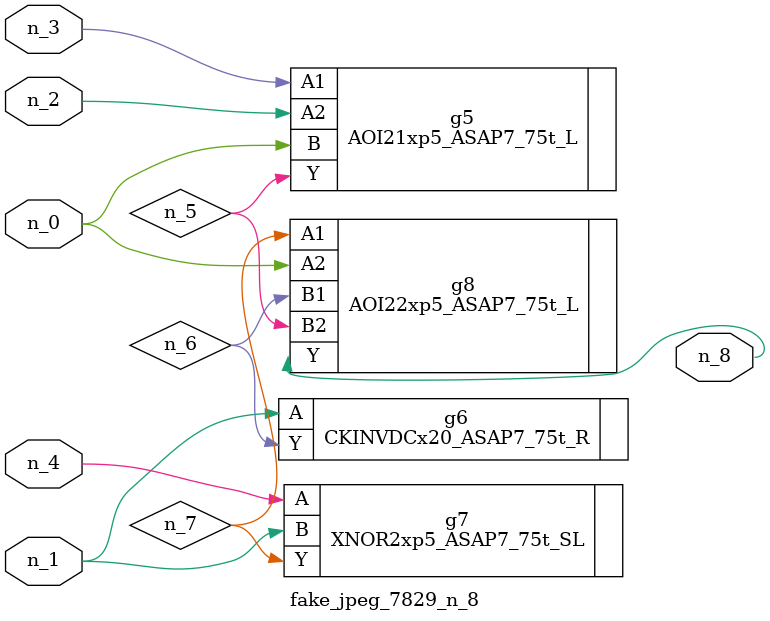
<source format=v>
module fake_jpeg_7829_n_8 (n_3, n_2, n_1, n_0, n_4, n_8);

input n_3;
input n_2;
input n_1;
input n_0;
input n_4;

output n_8;

wire n_6;
wire n_5;
wire n_7;

AOI21xp5_ASAP7_75t_L g5 ( 
.A1(n_3),
.A2(n_2),
.B(n_0),
.Y(n_5)
);

CKINVDCx20_ASAP7_75t_R g6 ( 
.A(n_1),
.Y(n_6)
);

XNOR2xp5_ASAP7_75t_SL g7 ( 
.A(n_4),
.B(n_1),
.Y(n_7)
);

AOI22xp5_ASAP7_75t_L g8 ( 
.A1(n_7),
.A2(n_0),
.B1(n_6),
.B2(n_5),
.Y(n_8)
);


endmodule
</source>
